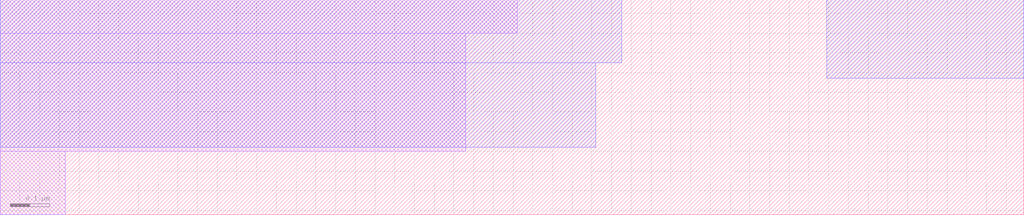
<source format=lef>
# Copyright 2020 The SkyWater PDK Authors
#
# Licensed under the Apache License, Version 2.0 (the "License");
# you may not use this file except in compliance with the License.
# You may obtain a copy of the License at
#
#     https://www.apache.org/licenses/LICENSE-2.0
#
# Unless required by applicable law or agreed to in writing, software
# distributed under the License is distributed on an "AS IS" BASIS,
# WITHOUT WARRANTIES OR CONDITIONS OF ANY KIND, either express or implied.
# See the License for the specific language governing permissions and
# limitations under the License.
#
# SPDX-License-Identifier: Apache-2.0

VERSION 5.7 ;
  NOWIREEXTENSIONATPIN ON ;
  DIVIDERCHAR "/" ;
  BUSBITCHARS "[]" ;
MACRO sky130_fd_bd_sram__sram_dp_swldrv_tap
  CLASS BLOCK ;
  FOREIGN sky130_fd_bd_sram__sram_dp_swldrv_tap ;
  ORIGIN  0.000000  0.310000 ;
  SIZE  2.595000 BY  0.545000 ;
  OBS
    LAYER li1 ;
      RECT 0.000000 -0.310000 0.165000 -0.150000 ;
      RECT 0.000000 -0.150000 1.180000  0.150000 ;
      RECT 0.000000  0.150000 1.310000  0.235000 ;
    LAYER pwell ;
      RECT 0.000000 -0.140000 1.510000 0.075000 ;
      RECT 0.000000  0.075000 1.575000 0.235000 ;
      RECT 2.095000  0.035000 2.595000 0.235000 ;
  END
END sky130_fd_bd_sram__sram_dp_swldrv_tap
END LIBRARY

</source>
